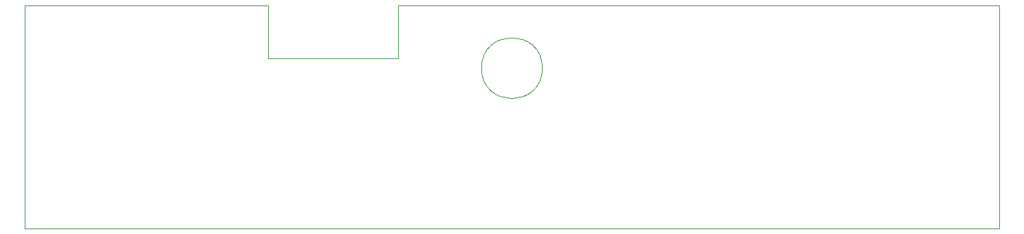
<source format=gm1>
G04 #@! TF.GenerationSoftware,KiCad,Pcbnew,(5.1.7)-1*
G04 #@! TF.CreationDate,2022-02-16T20:37:06+01:00*
G04 #@! TF.ProjectId,bluetooth-board,626c7565-746f-46f7-9468-2d626f617264,rev?*
G04 #@! TF.SameCoordinates,Original*
G04 #@! TF.FileFunction,Profile,NP*
%FSLAX46Y46*%
G04 Gerber Fmt 4.6, Leading zero omitted, Abs format (unit mm)*
G04 Created by KiCad (PCBNEW (5.1.7)-1) date 2022-02-16 20:37:06*
%MOMM*%
%LPD*%
G01*
G04 APERTURE LIST*
G04 #@! TA.AperFunction,Profile*
%ADD10C,0.050000*%
G04 #@! TD*
G04 APERTURE END LIST*
D10*
X93750000Y-47750000D02*
G75*
G03*
X93750000Y-47750000I-3750000J0D01*
G01*
X30000000Y-40000000D02*
X60000000Y-40000000D01*
X76000000Y-46500000D02*
X76000000Y-40000000D01*
X60000000Y-46500000D02*
X76000000Y-46500000D01*
X60000000Y-40000000D02*
X60000000Y-46500000D01*
X30000000Y-67500000D02*
X30000000Y-40000000D01*
X150000000Y-67500000D02*
X30000000Y-67500000D01*
X150000000Y-40000000D02*
X150000000Y-67500000D01*
X76000000Y-40000000D02*
X150000000Y-40000000D01*
M02*

</source>
